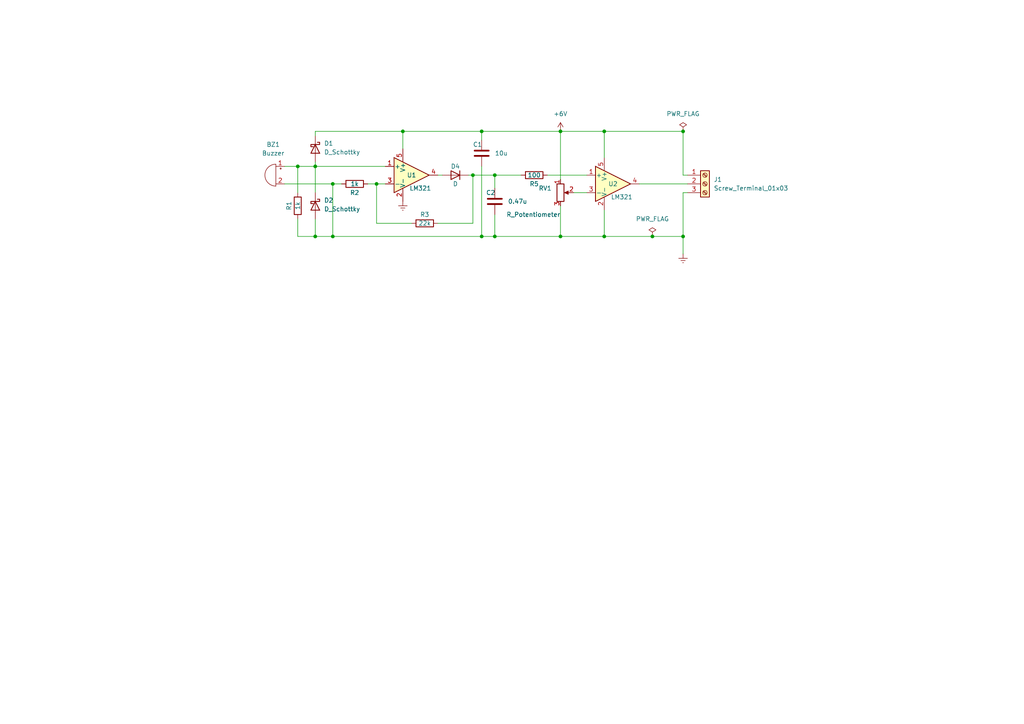
<source format=kicad_sch>
(kicad_sch (version 20211123) (generator eeschema)
  (paper "A4")
  (lib_symbols
    (symbol "Amplifier_Operational:LM321" (pin_names (offset 0.127))
      (property "Reference" "U" (at 0 7.62 0))
      (property "Value" "LM321" (at 0 5.08 0))
      (symbol "LM321_0_1"
        (polyline (pts (xy -5.08 5.08) (xy 5.08 0) (xy -5.08 -5.08) (xy -5.08 5.08)) (stroke (width 0.254)) (fill (type background)))
      )
      (symbol "LM321_1_1"
        (pin input line (at -7.62 2.54 0) (length 2.54) (name "+") (number "1"))
        (pin power_in line (at -2.54 -7.62 90) (length 3.81) (name "V-") (number "2"))
        (pin input line (at -7.62 -2.54 0) (length 2.54) (name "-") (number "3"))
        (pin output line (at 7.62 0 180) (length 2.54) (name "~") (number "4"))
        (pin power_in line (at -2.54 7.62 270) (length 3.81) (name "V+") (number "5"))
      )
    )
    (symbol "Connector:Screw_Terminal_01x03" (pin_names (offset 1.016) hide)
      (property "Reference" "J" (at 0 5.08 0))
      (property "Value" "Screw_Terminal_01x03" (at 0 -5.08 0))
      (symbol "Screw_Terminal_01x03_1_1"
        (rectangle (start -1.27 3.81) (end 1.27 -3.81) (stroke (width 0.254)) (fill (type background)))
        (circle (center 0 -2.54) (radius 0.635) (stroke (width 0.1524)))
        (polyline (pts (xy -0.5334 -2.2098) (xy 0.3302 -3.048)) (stroke (width 0.1524)))
        (polyline (pts (xy -0.5334 0.3302) (xy 0.3302 -0.508)) (stroke (width 0.1524)))
        (polyline (pts (xy -0.5334 2.8702) (xy 0.3302 2.032)) (stroke (width 0.1524)))
        (polyline (pts (xy -0.3556 -2.032) (xy 0.508 -2.8702)) (stroke (width 0.1524)))
        (polyline (pts (xy -0.3556 0.508) (xy 0.508 -0.3302)) (stroke (width 0.1524)))
        (polyline (pts (xy -0.3556 3.048) (xy 0.508 2.2098)) (stroke (width 0.1524)))
        (circle (center 0 0) (radius 0.635) (stroke (width 0.1524)))
        (circle (center 0 2.54) (radius 0.635) (stroke (width 0.1524)))
        (pin passive line (at -5.08 2.54 0) (length 3.81) (name "Pin_1") (number "1"))
        (pin passive line (at -5.08 0 0) (length 3.81) (name "Pin_2") (number "2"))
        (pin passive line (at -5.08 -2.54 0) (length 3.81) (name "Pin_3") (number "3"))
      )
    )
    (symbol "Device:Buzzer" (pin_names (offset 0.0254) hide)
      (property "Reference" "BZ" (at 3.81 1.27 0))
      (property "Value" "Buzzer" (at 3.81 -1.27 0))
      (symbol "Buzzer_0_1"
        (arc (start 0 -3.175) (mid 3.175 0) (end 0 3.175))
        (polyline (pts (xy -1.651 1.905) (xy -1.143 1.905)))
        (polyline (pts (xy -1.397 2.159) (xy -1.397 1.651)))
        (polyline (pts (xy 0 3.175) (xy 0 -3.175)))
      )
      (symbol "Buzzer_1_1"
        (pin passive line (at -2.54 2.54 0) (length 2.54) (name "-") (number "1"))
        (pin passive line (at -2.54 -2.54 0) (length 2.54) (name "+") (number "2"))
      )
    )
    (symbol "Device:C" (pin_numbers hide) (pin_names (offset 0.254))
      (property "Reference" "C" (at 0.635 2.54 0))
      (property "Value" "C" (at 0.635 -2.54 0))
      (symbol "C_0_1"
        (polyline (pts (xy -2.032 -0.762) (xy 2.032 -0.762)) (stroke (width 0.508)))
        (polyline (pts (xy -2.032 0.762) (xy 2.032 0.762)) (stroke (width 0.508)))
      )
      (symbol "C_1_1"
        (pin passive line (at 0 3.81 270) (length 2.794) (name "~") (number "1"))
        (pin passive line (at 0 -3.81 90) (length 2.794) (name "~") (number "2"))
      )
    )
    (symbol "Device:D" (pin_numbers hide) (pin_names (offset 1.016) hide)
      (property "Reference" "D" (at 0 2.54 0))
      (property "Value" "D" (at 0 -2.54 0))
      (symbol "D_0_1"
        (polyline (pts (xy -1.27 1.27) (xy -1.27 -1.27)) (stroke (width 0.254)))
        (polyline (pts (xy 1.27 0) (xy -1.27 0)))
        (polyline (pts (xy 1.27 1.27) (xy 1.27 -1.27) (xy -1.27 0) (xy 1.27 1.27)) (stroke (width 0.254)))
      )
      (symbol "D_1_1"
        (pin passive line (at -3.81 0 0) (length 2.54) (name "K") (number "1"))
        (pin passive line (at 3.81 0 180) (length 2.54) (name "A") (number "2"))
      )
    )
    (symbol "Device:D_Schottky" (pin_numbers hide) (pin_names (offset 1.016) hide)
      (property "Reference" "D" (at 0 2.54 0))
      (property "Value" "D_Schottky" (at 0 -2.54 0))
      (symbol "D_Schottky_0_1"
        (polyline (pts (xy 1.27 0) (xy -1.27 0)))
        (polyline (pts (xy 1.27 1.27) (xy 1.27 -1.27) (xy -1.27 0) (xy 1.27 1.27)) (stroke (width 0.254)))
        (polyline (pts (xy -1.905 0.635) (xy -1.905 1.27) (xy -1.27 1.27) (xy -1.27 -1.27) (xy -0.635 -1.27) (xy -0.635 -0.635)) (stroke (width 0.254)))
      )
      (symbol "D_Schottky_1_1"
        (pin passive line (at -3.81 0 0) (length 2.54) (name "K") (number "1"))
        (pin passive line (at 3.81 0 180) (length 2.54) (name "A") (number "2"))
      )
    )
    (symbol "Device:R" (pin_numbers hide) (pin_names (offset 0))
      (property "Reference" "R" (at 2.032 0 90))
      (property "Value" "R" (at 0 0 90))
      (symbol "R_0_1"
        (rectangle (start -1.016 -2.54) (end 1.016 2.54) (stroke (width 0.254)))
      )
      (symbol "R_1_1"
        (pin passive line (at 0 3.81 270) (length 1.27) (name "~") (number "1"))
        (pin passive line (at 0 -3.81 90) (length 1.27) (name "~") (number "2"))
      )
    )
    (symbol "Device:R_Potentiometer" (pin_names (offset 1.016) hide)
      (property "Reference" "RV" (at -4.445 0 90))
      (property "Value" "R_Potentiometer" (at -2.54 0 90))
      (symbol "R_Potentiometer_0_1"
        (polyline (pts (xy 2.54 0) (xy 1.524 0)))
        (polyline (pts (xy 1.143 0) (xy 2.286 0.508) (xy 2.286 -0.508) (xy 1.143 0)) (fill (type outline)))
        (rectangle (start 1.016 2.54) (end -1.016 -2.54) (stroke (width 0.254)))
      )
      (symbol "R_Potentiometer_1_1"
        (pin passive line (at 0 3.81 270) (length 1.27) (name "1") (number "1"))
        (pin passive line (at 3.81 0 180) (length 1.27) (name "2") (number "2"))
        (pin passive line (at 0 -3.81 90) (length 1.27) (name "3") (number "3"))
      )
    )
    (symbol "power:+6V" (power) (pin_names (offset 0))
      (property "Value" "+6V" (at 0 3.556 0))
      (symbol "+6V_0_1"
        (polyline (pts (xy -0.762 1.27) (xy 0 2.54)))
        (polyline (pts (xy 0 0) (xy 0 2.54)))
        (polyline (pts (xy 0 2.54) (xy 0.762 1.27)))
      )
      (symbol "+6V_1_1"
        (pin power_in line (at 0 0 90) (length 0) hide (name "+6V") (number "1"))
      )
    )
    (symbol "power:Earth" (power) (pin_names (offset 0))
      (symbol "Earth_0_1"
        (polyline (pts (xy -0.635 -1.905) (xy 0.635 -1.905)))
        (polyline (pts (xy -0.127 -2.54) (xy 0.127 -2.54)))
        (polyline (pts (xy 0 -1.27) (xy 0 0)))
        (polyline (pts (xy 1.27 -1.27) (xy -1.27 -1.27)))
      )
      (symbol "Earth_1_1"
        (pin power_in line (at 0 0 270) (length 0) hide (name "Earth") (number "1"))
      )
    )
    (symbol "power:PWR_FLAG" (power) (pin_numbers hide) (pin_names (offset 0) hide)
      (property "Value" "PWR_FLAG" (at 0 3.81 0))
      (symbol "PWR_FLAG_0_0"
        (pin power_out line (at 0 0 90) (length 0) (name "pwr") (number "1"))
      )
      (symbol "PWR_FLAG_0_1"
        (polyline (pts (xy 0 0) (xy 0 1.27) (xy -1.016 1.905) (xy 0 2.54) (xy 1.016 1.905) (xy 0 1.27)))
      )
    )
  )
  (junction (at 175.26 68.58))
  (junction (at 109.22 53.34))
  (junction (at 143.51 68.58))
  (junction (at 198.12 68.58))
  (junction (at 162.56 68.58))
  (junction (at 86.36 48.26))
  (junction (at 116.84 38.1))
  (junction (at 198.12 38.1))
  (junction (at 96.52 53.34))
  (junction (at 96.52 68.58))
  (junction (at 139.7 38.1))
  (junction (at 137.16 50.8))
  (junction (at 143.51 50.8))
  (junction (at 162.56 38.1))
  (junction (at 91.44 48.26))
  (junction (at 139.7 68.58))
  (junction (at 175.26 38.1))
  (junction (at 91.44 68.58))
  (junction (at 189.23 68.58))
  (wire (pts (xy 158.75 50.8) (xy 170.18 50.8)))
  (wire (pts (xy 86.36 68.58) (xy 91.44 68.58)))
  (wire (pts (xy 139.7 68.58) (xy 143.51 68.58)))
  (wire (pts (xy 162.56 68.58) (xy 175.26 68.58)))
  (wire (pts (xy 127 64.77) (xy 137.16 64.77)))
  (wire (pts (xy 137.16 50.8) (xy 143.51 50.8)))
  (wire (pts (xy 175.26 68.58) (xy 189.23 68.58)))
  (wire (pts (xy 96.52 53.34) (xy 96.52 68.58)))
  (wire (pts (xy 143.51 50.8) (xy 151.13 50.8)))
  (wire (pts (xy 119.38 64.77) (xy 109.22 64.77)))
  (wire (pts (xy 106.68 53.34) (xy 109.22 53.34)))
  (wire (pts (xy 198.12 68.58) (xy 198.12 73.66)))
  (wire (pts (xy 82.55 53.34) (xy 96.52 53.34)))
  (wire (pts (xy 91.44 38.1) (xy 91.44 39.37)))
  (wire (pts (xy 137.16 50.8) (xy 137.16 64.77)))
  (wire (pts (xy 91.44 48.26) (xy 91.44 55.88)))
  (wire (pts (xy 128.27 50.8) (xy 127 50.8)))
  (wire (pts (xy 143.51 62.23) (xy 143.51 68.58)))
  (wire (pts (xy 109.22 53.34) (xy 111.76 53.34)))
  (wire (pts (xy 91.44 48.26) (xy 111.76 48.26)))
  (wire (pts (xy 96.52 68.58) (xy 139.7 68.58)))
  (wire (pts (xy 86.36 63.5) (xy 86.36 68.58)))
  (wire (pts (xy 198.12 38.1) (xy 198.12 50.8)))
  (wire (pts (xy 86.36 48.26) (xy 86.36 55.88)))
  (wire (pts (xy 135.89 50.8) (xy 137.16 50.8)))
  (wire (pts (xy 91.44 46.99) (xy 91.44 48.26)))
  (wire (pts (xy 91.44 63.5) (xy 91.44 68.58)))
  (wire (pts (xy 199.39 50.8) (xy 198.12 50.8)))
  (wire (pts (xy 116.84 38.1) (xy 139.7 38.1)))
  (wire (pts (xy 166.37 55.88) (xy 170.18 55.88)))
  (wire (pts (xy 143.51 68.58) (xy 162.56 68.58)))
  (wire (pts (xy 175.26 38.1) (xy 175.26 45.72)))
  (wire (pts (xy 139.7 38.1) (xy 139.7 40.64)))
  (wire (pts (xy 109.22 53.34) (xy 109.22 64.77)))
  (wire (pts (xy 185.42 53.34) (xy 199.39 53.34)))
  (wire (pts (xy 91.44 68.58) (xy 96.52 68.58)))
  (wire (pts (xy 175.26 38.1) (xy 198.12 38.1)))
  (wire (pts (xy 199.39 55.88) (xy 198.12 55.88)))
  (wire (pts (xy 198.12 55.88) (xy 198.12 68.58)))
  (wire (pts (xy 91.44 38.1) (xy 116.84 38.1)))
  (wire (pts (xy 139.7 48.26) (xy 139.7 68.58)))
  (wire (pts (xy 82.55 48.26) (xy 86.36 48.26)))
  (wire (pts (xy 143.51 50.8) (xy 143.51 54.61)))
  (wire (pts (xy 162.56 38.1) (xy 175.26 38.1)))
  (wire (pts (xy 175.26 60.96) (xy 175.26 68.58)))
  (wire (pts (xy 162.56 38.1) (xy 162.56 52.07)))
  (wire (pts (xy 86.36 48.26) (xy 91.44 48.26)))
  (wire (pts (xy 96.52 53.34) (xy 99.06 53.34)))
  (wire (pts (xy 162.56 59.69) (xy 162.56 68.58)))
  (wire (pts (xy 189.23 68.58) (xy 198.12 68.58)))
  (wire (pts (xy 116.84 38.1) (xy 116.84 43.18)))
  (wire (pts (xy 139.7 38.1) (xy 162.56 38.1)))
  (symbol (lib_id "Amplifier_Operational:LM321") (at 177.8 53.34 0) (unit 1)
    (property "Reference" "U2" (at 177.8 53.34 0))
    (property "Value" "LM321" (at 180.34 57.15 0))
    (property "Footprint" "Package_TO_SOT_SMD:SOT-23-5" (effects hide))
    (property "Datasheet" "http://www.ti.com/lit/ds/symlink/lm321.pdf" (effects hide))
  )
  (symbol (lib_id "power:+6V") (at 162.56 38.1 0) (unit 1)
    (property "Reference" "#PWR0101" (effects hide))
    (property "Value" "+6V" (at 162.56 33.02 0))
  )
  (symbol (lib_id "Device:R") (at 86.36 59.69 180) (unit 1)
    (property "Reference" "R1" (at 83.82 59.69 90))
    (property "Value" "1k" (at 86.36 59.69 90))
    (property "Footprint" "Resistor_SMD:R_1206_3216Metric_Pad1.30x1.75mm_HandSolder" (effects hide))
  )
  (symbol (lib_id "Device:R") (at 102.87 53.34 90) (unit 1)
    (property "Reference" "R2" (at 102.87 55.88 90))
    (property "Value" "1k" (at 102.87 53.34 90))
    (property "Footprint" "Resistor_SMD:R_1206_3216Metric_Pad1.30x1.75mm_HandSolder" (effects hide))
  )
  (symbol (lib_id "Connector:Screw_Terminal_01x03") (at 204.47 53.34 0) (unit 1)
    (property "Reference" "J1" (at 207.01 52.0699 0) (effects (justify left)))
    (property "Value" "Screw_Terminal_01x03" (at 207.01 54.6099 0) (effects (justify left)))
    (property "Footprint" "Connector_Wago:Wago_734-133_1x03_P3.50mm_Vertical" (effects hide))
  )
  (symbol (lib_id "Device:D_Schottky") (at 91.44 43.18 270) (unit 1)
    (property "Reference" "D1" (at 93.98 41.5924 90) (effects (justify left)))
    (property "Value" "D_Schottky" (at 93.98 44.1324 90) (effects (justify left)))
    (property "Footprint" "Diode_SMD:D_SOD-523" (effects hide))
  )
  (symbol (lib_id "Device:D_Schottky") (at 91.44 59.69 270) (unit 1)
    (property "Reference" "D2" (at 93.98 58.1024 90) (effects (justify left)))
    (property "Value" "D_Schottky" (at 93.98 60.6424 90) (effects (justify left)))
    (property "Footprint" "Diode_SMD:D_SOD-523" (effects hide))
  )
  (symbol (lib_id "power:Earth") (at 116.84 58.42 0) (unit 1)
    (property "Reference" "#PWR0106" (effects hide))
    (property "Value" "Earth" (effects hide))
  )
  (symbol (lib_id "Device:C") (at 143.51 58.42 0) (unit 1)
    (property "Reference" "C2" (at 140.97 55.88 0) (effects (justify left)))
    (property "Value" "0.47u" (at 147.32 58.42 0) (effects (justify left)))
    (property "Footprint" "Capacitor_SMD:C_1206_3216Metric_Pad1.33x1.80mm_HandSolder" (effects hide))
  )
  (symbol (lib_id "power:Earth") (at 198.12 73.66 0) (unit 1)
    (property "Reference" "#PWR0104" (effects hide))
    (property "Value" "Earth" (effects hide))
  )
  (symbol (lib_id "Device:C") (at 139.7 44.45 0) (unit 1)
    (property "Reference" "C1" (at 137.16 41.91 0) (effects (justify left)))
    (property "Value" "10u" (at 143.51 44.45 0) (effects (justify left)))
    (property "Footprint" "Capacitor_SMD:C_1206_3216Metric_Pad1.33x1.80mm_HandSolder" (effects hide))
  )
  (symbol (lib_id "Device:R_Potentiometer") (at 162.56 55.88 0) (unit 1)
    (property "Reference" "RV1" (at 160.02 54.6099 0) (effects (justify right)))
    (property "Value" "R_Potentiometer" (at 162.56 62.23 0) (effects (justify right)))
    (property "Footprint" "Potentiometer_THT:Potentiometer_ACP_CA9-H5_Horizontal" (effects hide))
  )
  (symbol (lib_id "Amplifier_Operational:LM321") (at 119.38 50.8 0) (unit 1)
    (property "Reference" "U1" (at 119.38 50.8 0))
    (property "Value" "LM321" (at 121.92 54.61 0))
    (property "Footprint" "Package_TO_SOT_SMD:SOT-23-5" (effects hide))
    (property "Datasheet" "http://www.ti.com/lit/ds/symlink/lm321.pdf" (effects hide))
  )
  (symbol (lib_id "Device:R") (at 123.19 64.77 90) (unit 1)
    (property "Reference" "R3" (at 123.19 62.23 90))
    (property "Value" "22k" (at 123.19 64.77 90))
    (property "Footprint" "Resistor_SMD:R_1206_3216Metric_Pad1.30x1.75mm_HandSolder" (effects hide))
  )
  (symbol (lib_id "power:PWR_FLAG") (at 198.12 38.1 0) (unit 1)
    (property "Reference" "#FLG0101" (effects hide))
    (property "Value" "PWR_FLAG" (at 198.12 33.02 0))
  )
  (symbol (lib_id "Device:Buzzer") (at 80.01 50.8 0) (mirror y) (unit 1)
    (property "Reference" "BZ1" (at 79.248 41.91 0))
    (property "Value" "Buzzer" (at 79.248 44.45 0))
    (property "Footprint" "Buzzer_Beeper:Buzzer_Murata_PKMCS0909E" (effects hide))
  )
  (symbol (lib_id "Device:D") (at 132.08 50.8 180) (unit 1)
    (property "Reference" "D4" (at 132.08 48.26 0))
    (property "Value" "D" (at 132.08 53.34 0))
    (property "Footprint" "Diode_SMD:D_1206_3216Metric_Pad1.42x1.75mm_HandSolder" (effects hide))
  )
  (symbol (lib_id "Device:R") (at 154.94 50.8 90) (unit 1)
    (property "Reference" "R5" (at 154.94 53.34 90))
    (property "Value" "100" (at 154.94 50.8 90))
    (property "Footprint" "Resistor_SMD:R_1206_3216Metric_Pad1.30x1.75mm_HandSolder" (effects hide))
  )
  (symbol (lib_id "power:PWR_FLAG") (at 189.23 68.58 0) (unit 1)
    (property "Reference" "#FLG0102" (effects hide))
    (property "Value" "PWR_FLAG" (at 189.23 63.5 0))
  )
)
</source>
